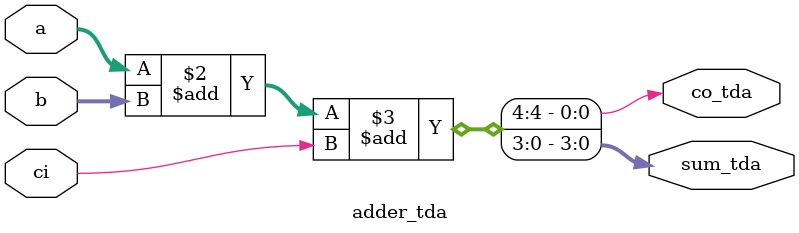
<source format=v>
module adder_tda (co_tda, sum_tda, a, b, ci);
   output co_tda;
   output [3:0] sum_tda;
   input [3:0] 	a, b;
   input ci;
   reg co_tda;
   reg [3:0] sum_tda;
   // ...
   always @(a or b or ci)
     {co_tda, sum_tda} <= #12 a + b + ci;
endmodule 

</source>
